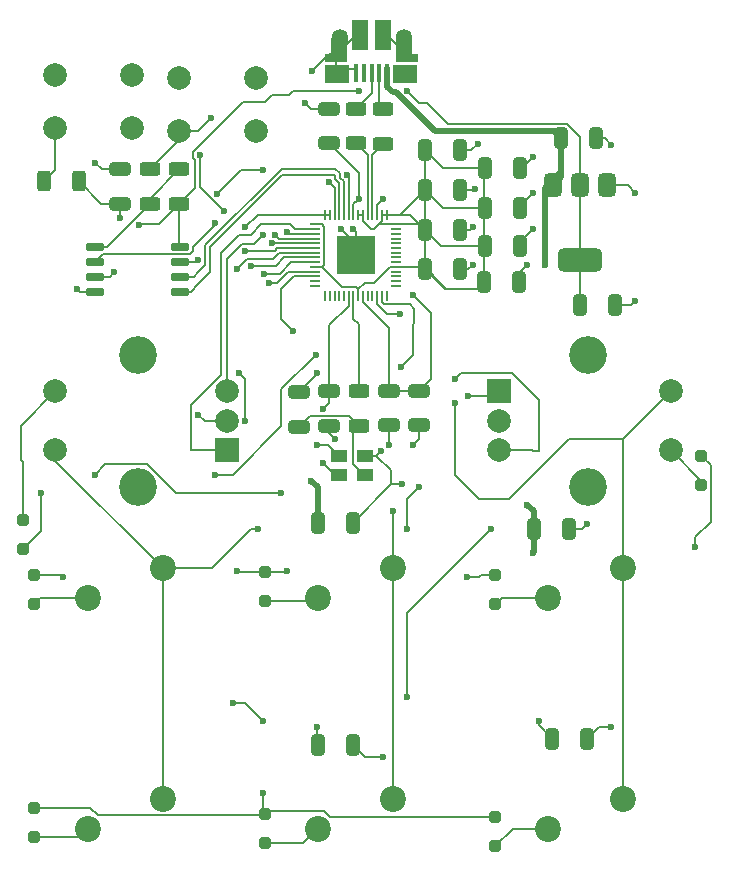
<source format=gbr>
%TF.GenerationSoftware,KiCad,Pcbnew,8.0.5*%
%TF.CreationDate,2025-01-09T16:38:30+01:00*%
%TF.ProjectId,rp2040_pad,72703230-3430-45f7-9061-642e6b696361,rev?*%
%TF.SameCoordinates,Original*%
%TF.FileFunction,Copper,L1,Top*%
%TF.FilePolarity,Positive*%
%FSLAX46Y46*%
G04 Gerber Fmt 4.6, Leading zero omitted, Abs format (unit mm)*
G04 Created by KiCad (PCBNEW 8.0.5) date 2025-01-09 16:38:30*
%MOMM*%
%LPD*%
G01*
G04 APERTURE LIST*
G04 Aperture macros list*
%AMRoundRect*
0 Rectangle with rounded corners*
0 $1 Rounding radius*
0 $2 $3 $4 $5 $6 $7 $8 $9 X,Y pos of 4 corners*
0 Add a 4 corners polygon primitive as box body*
4,1,4,$2,$3,$4,$5,$6,$7,$8,$9,$2,$3,0*
0 Add four circle primitives for the rounded corners*
1,1,$1+$1,$2,$3*
1,1,$1+$1,$4,$5*
1,1,$1+$1,$6,$7*
1,1,$1+$1,$8,$9*
0 Add four rect primitives between the rounded corners*
20,1,$1+$1,$2,$3,$4,$5,0*
20,1,$1+$1,$4,$5,$6,$7,0*
20,1,$1+$1,$6,$7,$8,$9,0*
20,1,$1+$1,$8,$9,$2,$3,0*%
G04 Aperture macros list end*
%TA.AperFunction,SMDPad,CuDef*%
%ADD10RoundRect,0.150000X-0.650000X-0.150000X0.650000X-0.150000X0.650000X0.150000X-0.650000X0.150000X0*%
%TD*%
%TA.AperFunction,SMDPad,CuDef*%
%ADD11RoundRect,0.250000X0.650000X-0.325000X0.650000X0.325000X-0.650000X0.325000X-0.650000X-0.325000X0*%
%TD*%
%TA.AperFunction,ComponentPad*%
%ADD12C,2.200000*%
%TD*%
%TA.AperFunction,SMDPad,CuDef*%
%ADD13RoundRect,0.250000X-0.325000X-0.650000X0.325000X-0.650000X0.325000X0.650000X-0.325000X0.650000X0*%
%TD*%
%TA.AperFunction,SMDPad,CuDef*%
%ADD14RoundRect,0.250000X-0.250000X0.250000X-0.250000X-0.250000X0.250000X-0.250000X0.250000X0.250000X0*%
%TD*%
%TA.AperFunction,SMDPad,CuDef*%
%ADD15RoundRect,0.250000X0.250000X-0.250000X0.250000X0.250000X-0.250000X0.250000X-0.250000X-0.250000X0*%
%TD*%
%TA.AperFunction,ComponentPad*%
%ADD16R,2.000000X2.000000*%
%TD*%
%TA.AperFunction,ComponentPad*%
%ADD17C,2.000000*%
%TD*%
%TA.AperFunction,ComponentPad*%
%ADD18C,3.200000*%
%TD*%
%TA.AperFunction,SMDPad,CuDef*%
%ADD19RoundRect,0.250000X-0.625000X0.312500X-0.625000X-0.312500X0.625000X-0.312500X0.625000X0.312500X0*%
%TD*%
%TA.AperFunction,SMDPad,CuDef*%
%ADD20RoundRect,0.250000X-0.650000X0.325000X-0.650000X-0.325000X0.650000X-0.325000X0.650000X0.325000X0*%
%TD*%
%TA.AperFunction,SMDPad,CuDef*%
%ADD21R,0.400000X1.650000*%
%TD*%
%TA.AperFunction,SMDPad,CuDef*%
%ADD22R,1.825000X0.700000*%
%TD*%
%TA.AperFunction,SMDPad,CuDef*%
%ADD23R,2.000000X1.500000*%
%TD*%
%TA.AperFunction,SMDPad,CuDef*%
%ADD24R,1.350000X2.000000*%
%TD*%
%TA.AperFunction,ComponentPad*%
%ADD25O,1.350000X1.700000*%
%TD*%
%TA.AperFunction,ComponentPad*%
%ADD26O,1.100000X1.500000*%
%TD*%
%TA.AperFunction,SMDPad,CuDef*%
%ADD27R,1.430000X2.500000*%
%TD*%
%TA.AperFunction,SMDPad,CuDef*%
%ADD28R,1.400000X1.100000*%
%TD*%
%TA.AperFunction,SMDPad,CuDef*%
%ADD29RoundRect,0.250000X0.312500X0.625000X-0.312500X0.625000X-0.312500X-0.625000X0.312500X-0.625000X0*%
%TD*%
%TA.AperFunction,SMDPad,CuDef*%
%ADD30RoundRect,0.375000X-0.375000X0.625000X-0.375000X-0.625000X0.375000X-0.625000X0.375000X0.625000X0*%
%TD*%
%TA.AperFunction,SMDPad,CuDef*%
%ADD31RoundRect,0.500000X-1.400000X0.500000X-1.400000X-0.500000X1.400000X-0.500000X1.400000X0.500000X0*%
%TD*%
%TA.AperFunction,SMDPad,CuDef*%
%ADD32RoundRect,0.050000X-0.387500X-0.050000X0.387500X-0.050000X0.387500X0.050000X-0.387500X0.050000X0*%
%TD*%
%TA.AperFunction,SMDPad,CuDef*%
%ADD33RoundRect,0.050000X-0.050000X-0.387500X0.050000X-0.387500X0.050000X0.387500X-0.050000X0.387500X0*%
%TD*%
%TA.AperFunction,HeatsinkPad*%
%ADD34R,3.200000X3.200000*%
%TD*%
%TA.AperFunction,SMDPad,CuDef*%
%ADD35RoundRect,0.250000X0.625000X-0.312500X0.625000X0.312500X-0.625000X0.312500X-0.625000X-0.312500X0*%
%TD*%
%TA.AperFunction,ViaPad*%
%ADD36C,0.600000*%
%TD*%
%TA.AperFunction,Conductor*%
%ADD37C,0.200000*%
%TD*%
%TA.AperFunction,Conductor*%
%ADD38C,0.500000*%
%TD*%
G04 APERTURE END LIST*
D10*
%TO.P,U4,1,~{CS}*%
%TO.N,QSPI_SS*%
X103644000Y-49291000D03*
%TO.P,U4,2,DO(IO1)*%
%TO.N,QSPI_SD1*%
X103644000Y-50561000D03*
%TO.P,U4,3,IO2*%
%TO.N,QSPI_SD2*%
X103644000Y-51831000D03*
%TO.P,U4,4,GND*%
%TO.N,GND*%
X103644000Y-53101000D03*
%TO.P,U4,5,DI(IO0)*%
%TO.N,QSPI_SD0*%
X110844000Y-53101000D03*
%TO.P,U4,6,CLK*%
%TO.N,QSPI_SCLK*%
X110844000Y-51831000D03*
%TO.P,U4,7,IO3*%
%TO.N,QSPI_SD3*%
X110844000Y-50561000D03*
%TO.P,U4,8,VCC*%
%TO.N,+3V3*%
X110844000Y-49291000D03*
%TD*%
D11*
%TO.P,C4,1*%
%TO.N,GND*%
X123444000Y-64467000D03*
%TO.P,C4,2*%
%TO.N,XIN*%
X123444000Y-61517000D03*
%TD*%
D12*
%TO.P,SW8,1,1*%
%TO.N,COL_B*%
X128836000Y-96012000D03*
%TO.P,SW8,2,2*%
%TO.N,Net-(D7-A)*%
X122486000Y-98552000D03*
%TD*%
D13*
%TO.P,C15,1*%
%TO.N,3V3+*%
X136609000Y-49252000D03*
%TO.P,C15,2*%
%TO.N,GND*%
X139559000Y-49252000D03*
%TD*%
D14*
%TO.P,D3,1,K*%
%TO.N,ROW_B*%
X137486000Y-77052000D03*
%TO.P,D3,2,A*%
%TO.N,Net-(D3-A)*%
X137486000Y-79552000D03*
%TD*%
D13*
%TO.P,C10,1*%
%TO.N,3V3+*%
X131529000Y-44488000D03*
%TO.P,C10,2*%
%TO.N,GND*%
X134479000Y-44488000D03*
%TD*%
D15*
%TO.P,D4,1,K*%
%TO.N,ROW_A*%
X97536000Y-74910000D03*
%TO.P,D4,2,A*%
%TO.N,Net-(D4-A)*%
X97536000Y-72410000D03*
%TD*%
D16*
%TO.P,SW2,A,A*%
%TO.N,ENC_SA2*%
X137856000Y-61524000D03*
D17*
%TO.P,SW2,B,B*%
%TO.N,ENC_SB2*%
X137856000Y-66524000D03*
%TO.P,SW2,C,C*%
%TO.N,GND*%
X137856000Y-64024000D03*
D18*
%TO.P,SW2,MP*%
%TO.N,N/C*%
X145356000Y-58424000D03*
X145356000Y-69624000D03*
D17*
%TO.P,SW2,S1,S1*%
%TO.N,Net-(D5-A)*%
X152356000Y-66524000D03*
%TO.P,SW2,S2,S2*%
%TO.N,COL_C*%
X152356000Y-61524000D03*
%TD*%
D13*
%TO.P,C13,1*%
%TO.N,3V3+*%
X136609000Y-42648000D03*
%TO.P,C13,2*%
%TO.N,GND*%
X139559000Y-42648000D03*
%TD*%
D19*
%TO.P,R5,1*%
%TO.N,USB_D-*%
X128016000Y-37653500D03*
%TO.P,R5,2*%
%TO.N,Net-(U1-USB_DM)*%
X128016000Y-40578500D03*
%TD*%
D20*
%TO.P,C3,1*%
%TO.N,GND*%
X120904000Y-61566000D03*
%TO.P,C3,2*%
%TO.N,Net-(C3-Pad2)*%
X120904000Y-64516000D03*
%TD*%
D14*
%TO.P,D2,1,K*%
%TO.N,ROW_B*%
X117986000Y-76802000D03*
%TO.P,D2,2,A*%
%TO.N,Net-(D2-A)*%
X117986000Y-79302000D03*
%TD*%
D13*
%TO.P,C17,1*%
%TO.N,VBUS*%
X140765000Y-73152000D03*
%TO.P,C17,2*%
%TO.N,GND*%
X143715000Y-73152000D03*
%TD*%
D21*
%TO.P,J1,1,VBUS*%
%TO.N,VBUS*%
X128340000Y-34550000D03*
%TO.P,J1,2,D-*%
%TO.N,USB_D-*%
X127690000Y-34550000D03*
%TO.P,J1,3,D+*%
%TO.N,USB_D+*%
X127040000Y-34550000D03*
%TO.P,J1,4,ID*%
%TO.N,unconnected-(J1-ID-Pad4)*%
X126390000Y-34550000D03*
%TO.P,J1,5,GND*%
%TO.N,GND*%
X125740000Y-34550000D03*
D22*
%TO.P,J1,6,Shield*%
X129990000Y-33350000D03*
D23*
X129890000Y-34650000D03*
D24*
X129770000Y-32600000D03*
D25*
X129770000Y-31670000D03*
D26*
X129460000Y-34670000D03*
D27*
X128000000Y-31400000D03*
X126080000Y-31400000D03*
D26*
X124620000Y-34670000D03*
D25*
X124310000Y-31670000D03*
D24*
X124290000Y-32600000D03*
D23*
X124140000Y-34670000D03*
D22*
X124040000Y-33350000D03*
%TD*%
D20*
%TO.P,C7,1*%
%TO.N,Net-(U1-VREG_VOUT)*%
X131064000Y-61468000D03*
%TO.P,C7,2*%
%TO.N,GND*%
X131064000Y-64418000D03*
%TD*%
D28*
%TO.P,U3,1,1*%
%TO.N,XIN*%
X124292000Y-66980000D03*
%TO.P,U3,2,2*%
%TO.N,GND*%
X124292000Y-68580000D03*
%TO.P,U3,3,3*%
%TO.N,Net-(C3-Pad2)*%
X126492000Y-68580000D03*
%TO.P,U3,4,4*%
%TO.N,GND*%
X126492000Y-66980000D03*
%TD*%
D12*
%TO.P,SW4,1,1*%
%TO.N,COL_A*%
X109336000Y-76512000D03*
%TO.P,SW4,2,2*%
%TO.N,Net-(D1-A)*%
X102986000Y-79052000D03*
%TD*%
D13*
%TO.P,C16,1*%
%TO.N,3V3+*%
X136560000Y-52300000D03*
%TO.P,C16,2*%
%TO.N,GND*%
X139510000Y-52300000D03*
%TD*%
D19*
%TO.P,R4,1*%
%TO.N,USB_D+*%
X125718000Y-37604500D03*
%TO.P,R4,2*%
%TO.N,Net-(U1-USB_DP)*%
X125718000Y-40529500D03*
%TD*%
D13*
%TO.P,C11,1*%
%TO.N,3V3+*%
X131529000Y-47838000D03*
%TO.P,C11,2*%
%TO.N,GND*%
X134479000Y-47838000D03*
%TD*%
D12*
%TO.P,SW9,1,1*%
%TO.N,COL_C*%
X148336000Y-96012000D03*
%TO.P,SW9,2,2*%
%TO.N,Net-(D8-A)*%
X141986000Y-98552000D03*
%TD*%
D13*
%TO.P,C9,1*%
%TO.N,3V3+*%
X131529000Y-41138000D03*
%TO.P,C9,2*%
%TO.N,GND*%
X134479000Y-41138000D03*
%TD*%
D17*
%TO.P,USB_BOOT1,1,1*%
%TO.N,GND*%
X110750000Y-35000000D03*
X117250000Y-35000000D03*
%TO.P,USB_BOOT1,2,2*%
%TO.N,Net-(R3-Pad1)*%
X110750000Y-39500000D03*
X117250000Y-39500000D03*
%TD*%
D29*
%TO.P,R6,1*%
%TO.N,+3V3*%
X102212500Y-43750000D03*
%TO.P,R6,2*%
%TO.N,Net-(U1-RUN)*%
X99287500Y-43750000D03*
%TD*%
D13*
%TO.P,C19,1*%
%TO.N,VBUS*%
X142338000Y-90932000D03*
%TO.P,C19,2*%
%TO.N,GND*%
X145288000Y-90932000D03*
%TD*%
D14*
%TO.P,D7,1,K*%
%TO.N,ROW_C*%
X117986000Y-97302000D03*
%TO.P,D7,2,A*%
%TO.N,Net-(D7-A)*%
X117986000Y-99802000D03*
%TD*%
D30*
%TO.P,U2,1,GND*%
%TO.N,GND*%
X146988000Y-44070000D03*
%TO.P,U2,2,VO*%
%TO.N,+3V3*%
X144688000Y-44070000D03*
D31*
X144688000Y-50370000D03*
D30*
%TO.P,U2,3,VI*%
%TO.N,VBUS*%
X142388000Y-44070000D03*
%TD*%
D32*
%TO.P,U1,1,IOVDD*%
%TO.N,3V3+*%
X122254500Y-47400000D03*
%TO.P,U1,2,GPIO0*%
%TO.N,ENC_SA*%
X122254500Y-47800000D03*
%TO.P,U1,3,GPIO1*%
%TO.N,ENC_SB*%
X122254500Y-48200000D03*
%TO.P,U1,4,GPIO2*%
%TO.N,ENC_SA2*%
X122254500Y-48600000D03*
%TO.P,U1,5,GPIO3*%
%TO.N,ENC_SB2*%
X122254500Y-49000000D03*
%TO.P,U1,6,GPIO4*%
%TO.N,ROW_A*%
X122254500Y-49400000D03*
%TO.P,U1,7,GPIO5*%
%TO.N,ROW_B*%
X122254500Y-49800000D03*
%TO.P,U1,8,GPIO6*%
%TO.N,ROW_C*%
X122254500Y-50200000D03*
%TO.P,U1,9,GPIO7*%
%TO.N,COL_A*%
X122254500Y-50600000D03*
%TO.P,U1,10,IOVDD*%
%TO.N,3V3+*%
X122254500Y-51000000D03*
%TO.P,U1,11,GPIO8*%
%TO.N,COL_B*%
X122254500Y-51400000D03*
%TO.P,U1,12,GPIO9*%
%TO.N,COL_C*%
X122254500Y-51800000D03*
%TO.P,U1,13,GPIO10*%
%TO.N,unconnected-(U1-GPIO10-Pad13)*%
X122254500Y-52200000D03*
%TO.P,U1,14,GPIO11*%
%TO.N,unconnected-(U1-GPIO11-Pad14)*%
X122254500Y-52600000D03*
D33*
%TO.P,U1,15,GPIO12*%
%TO.N,unconnected-(U1-GPIO12-Pad15)*%
X123092000Y-53437500D03*
%TO.P,U1,16,GPIO13*%
%TO.N,unconnected-(U1-GPIO13-Pad16)*%
X123492000Y-53437500D03*
%TO.P,U1,17,GPIO14*%
%TO.N,unconnected-(U1-GPIO14-Pad17)*%
X123892000Y-53437500D03*
%TO.P,U1,18,GPIO15*%
%TO.N,unconnected-(U1-GPIO15-Pad18)*%
X124292000Y-53437500D03*
%TO.P,U1,19,TESTEN*%
%TO.N,unconnected-(U1-TESTEN-Pad19)*%
X124692000Y-53437500D03*
%TO.P,U1,20,XIN*%
%TO.N,XIN*%
X125092000Y-53437500D03*
%TO.P,U1,21,XOUT*%
%TO.N,XOUT*%
X125492000Y-53437500D03*
%TO.P,U1,22,IOVDD*%
%TO.N,3V3+*%
X125892000Y-53437500D03*
%TO.P,U1,23,DVDD*%
%TO.N,Net-(U1-VREG_VOUT)*%
X126292000Y-53437500D03*
%TO.P,U1,24,SWCLK*%
%TO.N,unconnected-(U1-SWCLK-Pad24)*%
X126692000Y-53437500D03*
%TO.P,U1,25,SWD*%
%TO.N,unconnected-(U1-SWD-Pad25)*%
X127092000Y-53437500D03*
%TO.P,U1,26,RUN*%
%TO.N,Net-(U1-RUN)*%
X127492000Y-53437500D03*
%TO.P,U1,27,GPIO16*%
%TO.N,LED*%
X127892000Y-53437500D03*
%TO.P,U1,28,GPIO17*%
%TO.N,unconnected-(U1-GPIO17-Pad28)*%
X128292000Y-53437500D03*
D32*
%TO.P,U1,29,GPIO18*%
%TO.N,unconnected-(U1-GPIO18-Pad29)*%
X129129500Y-52600000D03*
%TO.P,U1,30,GPIO19*%
%TO.N,unconnected-(U1-GPIO19-Pad30)*%
X129129500Y-52200000D03*
%TO.P,U1,31,GPIO20*%
%TO.N,unconnected-(U1-GPIO20-Pad31)*%
X129129500Y-51800000D03*
%TO.P,U1,32,GPIO21*%
%TO.N,unconnected-(U1-GPIO21-Pad32)*%
X129129500Y-51400000D03*
%TO.P,U1,33,IOVDD*%
%TO.N,3V3+*%
X129129500Y-51000000D03*
%TO.P,U1,34,GPIO22*%
%TO.N,unconnected-(U1-GPIO22-Pad34)*%
X129129500Y-50600000D03*
%TO.P,U1,35,GPIO23*%
%TO.N,unconnected-(U1-GPIO23-Pad35)*%
X129129500Y-50200000D03*
%TO.P,U1,36,GPIO24*%
%TO.N,unconnected-(U1-GPIO24-Pad36)*%
X129129500Y-49800000D03*
%TO.P,U1,37,GPIO25*%
%TO.N,unconnected-(U1-GPIO25-Pad37)*%
X129129500Y-49400000D03*
%TO.P,U1,38,GPIO26_ADC0*%
%TO.N,unconnected-(U1-GPIO26_ADC0-Pad38)*%
X129129500Y-49000000D03*
%TO.P,U1,39,GPIO27_ADC1*%
%TO.N,unconnected-(U1-GPIO27_ADC1-Pad39)*%
X129129500Y-48600000D03*
%TO.P,U1,40,GPIO28_ADC2*%
%TO.N,unconnected-(U1-GPIO28_ADC2-Pad40)*%
X129129500Y-48200000D03*
%TO.P,U1,41,GPIO29_ADC3*%
%TO.N,unconnected-(U1-GPIO29_ADC3-Pad41)*%
X129129500Y-47800000D03*
%TO.P,U1,42,IOVDD*%
%TO.N,3V3+*%
X129129500Y-47400000D03*
D33*
%TO.P,U1,43,ADC_AVDD*%
X128292000Y-46562500D03*
%TO.P,U1,44,VREG_IN*%
X127892000Y-46562500D03*
%TO.P,U1,45,VREG_VOUT*%
%TO.N,Net-(U1-VREG_VOUT)*%
X127492000Y-46562500D03*
%TO.P,U1,46,USB_DM*%
%TO.N,Net-(U1-USB_DM)*%
X127092000Y-46562500D03*
%TO.P,U1,47,USB_DP*%
%TO.N,Net-(U1-USB_DP)*%
X126692000Y-46562500D03*
%TO.P,U1,48,USB_VDD*%
%TO.N,3V3+*%
X126292000Y-46562500D03*
%TO.P,U1,49,IOVDD*%
X125892000Y-46562500D03*
%TO.P,U1,50,DVDD*%
%TO.N,Net-(U1-VREG_VOUT)*%
X125492000Y-46562500D03*
%TO.P,U1,51,QSPI_SD3*%
%TO.N,QSPI_SD3*%
X125092000Y-46562500D03*
%TO.P,U1,52,QSPI_SCLK*%
%TO.N,QSPI_SCLK*%
X124692000Y-46562500D03*
%TO.P,U1,53,QSPI_SD0*%
%TO.N,QSPI_SD0*%
X124292000Y-46562500D03*
%TO.P,U1,54,QSPI_SD2*%
%TO.N,QSPI_SD2*%
X123892000Y-46562500D03*
%TO.P,U1,55,QSPI_SD1*%
%TO.N,QSPI_SD1*%
X123492000Y-46562500D03*
%TO.P,U1,56,QSPI_SS*%
X123092000Y-46562500D03*
D34*
%TO.P,U1,57,GND*%
%TO.N,GND*%
X125692000Y-50000000D03*
%TD*%
D14*
%TO.P,D1,1,K*%
%TO.N,ROW_B*%
X98486000Y-77052000D03*
%TO.P,D1,2,A*%
%TO.N,Net-(D1-A)*%
X98486000Y-79552000D03*
%TD*%
%TO.P,D6,1,K*%
%TO.N,ROW_C*%
X98486000Y-96802000D03*
%TO.P,D6,2,A*%
%TO.N,Net-(D6-A)*%
X98486000Y-99302000D03*
%TD*%
%TO.P,D8,1,K*%
%TO.N,ROW_C*%
X137486000Y-97552000D03*
%TO.P,D8,2,A*%
%TO.N,Net-(D8-A)*%
X137486000Y-100052000D03*
%TD*%
D35*
%TO.P,R2,1*%
%TO.N,+3V3*%
X110744000Y-45658500D03*
%TO.P,R2,2*%
%TO.N,QSPI_SS*%
X110744000Y-42733500D03*
%TD*%
D12*
%TO.P,SW6,1,1*%
%TO.N,COL_C*%
X148336000Y-76472000D03*
%TO.P,SW6,2,2*%
%TO.N,Net-(D3-A)*%
X141986000Y-79012000D03*
%TD*%
%TO.P,SW7,1,1*%
%TO.N,COL_A*%
X109336000Y-96012000D03*
%TO.P,SW7,2,2*%
%TO.N,Net-(D6-A)*%
X102986000Y-98552000D03*
%TD*%
D13*
%TO.P,C1,1*%
%TO.N,VBUS*%
X143038000Y-40070000D03*
%TO.P,C1,2*%
%TO.N,GND*%
X145988000Y-40070000D03*
%TD*%
%TO.P,C22,1*%
%TO.N,VBUS*%
X122477000Y-72644000D03*
%TO.P,C22,2*%
%TO.N,GND*%
X125427000Y-72644000D03*
%TD*%
%TO.P,C18,1*%
%TO.N,VBUS*%
X122526000Y-91440000D03*
%TO.P,C18,2*%
%TO.N,GND*%
X125476000Y-91440000D03*
%TD*%
D11*
%TO.P,C6,1*%
%TO.N,Net-(U1-VREG_VOUT)*%
X123444000Y-40542000D03*
%TO.P,C6,2*%
%TO.N,GND*%
X123444000Y-37592000D03*
%TD*%
D12*
%TO.P,SW5,1,1*%
%TO.N,COL_B*%
X128836000Y-76512000D03*
%TO.P,SW5,2,2*%
%TO.N,Net-(D2-A)*%
X122486000Y-79052000D03*
%TD*%
D13*
%TO.P,C2,1*%
%TO.N,+3V3*%
X144713000Y-54220000D03*
%TO.P,C2,2*%
%TO.N,GND*%
X147663000Y-54220000D03*
%TD*%
D17*
%TO.P,RES1,1,1*%
%TO.N,GND*%
X100250000Y-34750000D03*
X106750000Y-34750000D03*
%TO.P,RES1,2,2*%
%TO.N,Net-(U1-RUN)*%
X100250000Y-39250000D03*
X106750000Y-39250000D03*
%TD*%
D13*
%TO.P,C14,1*%
%TO.N,3V3+*%
X136609000Y-45998000D03*
%TO.P,C14,2*%
%TO.N,GND*%
X139559000Y-45998000D03*
%TD*%
D19*
%TO.P,R3,1*%
%TO.N,Net-(R3-Pad1)*%
X108244000Y-42733500D03*
%TO.P,R3,2*%
%TO.N,QSPI_SS*%
X108244000Y-45658500D03*
%TD*%
D16*
%TO.P,SW3,A,A*%
%TO.N,ENC_SA*%
X114764000Y-66524000D03*
D17*
%TO.P,SW3,B,B*%
%TO.N,ENC_SB*%
X114764000Y-61524000D03*
%TO.P,SW3,C,C*%
%TO.N,GND*%
X114764000Y-64024000D03*
D18*
%TO.P,SW3,MP*%
%TO.N,N/C*%
X107264000Y-69624000D03*
X107264000Y-58424000D03*
D17*
%TO.P,SW3,S1,S1*%
%TO.N,Net-(D4-A)*%
X100264000Y-61524000D03*
%TO.P,SW3,S2,S2*%
%TO.N,COL_A*%
X100264000Y-66524000D03*
%TD*%
D13*
%TO.P,C12,1*%
%TO.N,3V3+*%
X131529000Y-51188000D03*
%TO.P,C12,2*%
%TO.N,GND*%
X134479000Y-51188000D03*
%TD*%
D35*
%TO.P,R1,1*%
%TO.N,Net-(C3-Pad2)*%
X125984000Y-64454500D03*
%TO.P,R1,2*%
%TO.N,XOUT*%
X125984000Y-61529500D03*
%TD*%
D14*
%TO.P,D5,1,K*%
%TO.N,ROW_A*%
X154940000Y-67000000D03*
%TO.P,D5,2,A*%
%TO.N,Net-(D5-A)*%
X154940000Y-69500000D03*
%TD*%
D11*
%TO.P,C5,1*%
%TO.N,+3V3*%
X105744000Y-45671000D03*
%TO.P,C5,2*%
%TO.N,GND*%
X105744000Y-42721000D03*
%TD*%
D20*
%TO.P,C8,1*%
%TO.N,Net-(U1-VREG_VOUT)*%
X128524000Y-61468000D03*
%TO.P,C8,2*%
%TO.N,GND*%
X128524000Y-64418000D03*
%TD*%
D36*
%TO.N,Net-(U1-RUN)*%
X129400000Y-55000000D03*
%TO.N,GND*%
X135600000Y-47600000D03*
X122000000Y-34400000D03*
X129600000Y-69400000D03*
X135600000Y-50800000D03*
X136000000Y-40600000D03*
X135800000Y-44400000D03*
X130556000Y-66040000D03*
X140716000Y-41656000D03*
X124460000Y-47752000D03*
X121412000Y-37084000D03*
X149352000Y-53848000D03*
X140716000Y-44704000D03*
X122936000Y-67564000D03*
X102108000Y-52832000D03*
X127800000Y-66600000D03*
X128016000Y-92456000D03*
X123952000Y-65532000D03*
X140716000Y-47752000D03*
X140208000Y-50800000D03*
X147320000Y-89916000D03*
X149352000Y-44704000D03*
X112360000Y-63500000D03*
X128524000Y-66040000D03*
X145250000Y-72750000D03*
X125476000Y-47752000D03*
X147320000Y-40640000D03*
X122428000Y-59944000D03*
X103632000Y-42164000D03*
%TO.N,VBUS*%
X121920000Y-69088000D03*
X140716000Y-75184000D03*
X141224000Y-89408000D03*
X122428000Y-89916000D03*
X140208000Y-71120000D03*
X141732000Y-50800000D03*
%TO.N,+3V3*%
X130048000Y-36068000D03*
X125984000Y-36068000D03*
X105744000Y-46881000D03*
X107315015Y-47436015D03*
%TO.N,XIN*%
X122936000Y-62992000D03*
X122428000Y-66040000D03*
%TO.N,Net-(U1-VREG_VOUT)*%
X130556000Y-53340000D03*
X125984000Y-45212000D03*
X128016000Y-45212000D03*
%TO.N,ROW_B*%
X115656717Y-51140717D03*
X115824000Y-59944000D03*
X115642000Y-76724000D03*
X100910000Y-77232000D03*
X135128000Y-77216000D03*
X116332000Y-64008000D03*
X119888000Y-76708000D03*
%TO.N,ROW_A*%
X99060000Y-70104000D03*
X154432000Y-74676000D03*
X119380000Y-70104000D03*
X103632000Y-68580000D03*
X116332000Y-49616904D03*
%TO.N,ROW_C*%
X117856000Y-95504000D03*
X116840000Y-50910950D03*
%TO.N,LED*%
X122290256Y-58420000D03*
X113792000Y-68580000D03*
X129540000Y-59436000D03*
%TO.N,Net-(D10-DIN)*%
X130048000Y-73152000D03*
X131064000Y-69596000D03*
%TO.N,Net-(D10-DOUT)*%
X130048000Y-87376000D03*
X137160000Y-73152000D03*
X117856000Y-89408000D03*
X115316000Y-87884000D03*
%TO.N,Net-(R3-Pad1)*%
X113400000Y-38400000D03*
%TO.N,Net-(U1-RUN)*%
X114500000Y-46250000D03*
X112500000Y-41500000D03*
%TO.N,ENC_SB2*%
X134112000Y-60452000D03*
X118592433Y-49009564D03*
%TO.N,ENC_SA2*%
X118872000Y-48260000D03*
X135221090Y-61917937D03*
%TO.N,COL_C*%
X120396000Y-56388000D03*
X134112000Y-62484000D03*
%TO.N,ENC_SB*%
X117856000Y-48260000D03*
X119888000Y-48000000D03*
%TO.N,COL_A*%
X117905408Y-51560822D03*
X117440000Y-73152000D03*
%TO.N,COL_B*%
X118364000Y-52359153D03*
X128850000Y-71705500D03*
%TO.N,QSPI_SD3*%
X124968000Y-43180000D03*
X112348000Y-50437000D03*
%TO.N,QSPI_SD1*%
X116274313Y-47660000D03*
X113792000Y-47244000D03*
%TO.N,QSPI_SD2*%
X117856000Y-42764000D03*
X113904500Y-44816500D03*
X105236000Y-51453000D03*
X123395548Y-43835081D03*
%TD*%
D37*
%TO.N,Net-(U1-RUN)*%
X128354954Y-55000000D02*
X129400000Y-55000000D01*
X127492000Y-54137046D02*
X128354954Y-55000000D01*
X127492000Y-53437500D02*
X127492000Y-54137046D01*
%TO.N,GND*%
X135600000Y-47600000D02*
X135362000Y-47838000D01*
X135362000Y-47838000D02*
X134479000Y-47838000D01*
X128671000Y-68231000D02*
X128671000Y-69400000D01*
X127420000Y-66980000D02*
X128671000Y-68231000D01*
X127420000Y-66980000D02*
X127800000Y-66600000D01*
X128671000Y-69400000D02*
X129600000Y-69400000D01*
D38*
%TO.N,VBUS*%
X142463000Y-39495000D02*
X143038000Y-40070000D01*
X128800000Y-36200000D02*
X129088756Y-36200000D01*
X128340000Y-35740000D02*
X128800000Y-36200000D01*
X129088756Y-36200000D02*
X132383756Y-39495000D01*
X132383756Y-39495000D02*
X142463000Y-39495000D01*
X128340000Y-34150000D02*
X128340000Y-35740000D01*
D37*
%TO.N,GND*%
X123450000Y-32950000D02*
X122000000Y-34400000D01*
X124040000Y-32950000D02*
X123450000Y-32950000D01*
X127420000Y-66980000D02*
X126492000Y-66980000D01*
X125427000Y-72644000D02*
X128671000Y-69400000D01*
X135212000Y-51188000D02*
X135600000Y-50800000D01*
X134479000Y-51188000D02*
X135212000Y-51188000D01*
X135462000Y-41138000D02*
X136000000Y-40600000D01*
X134479000Y-41138000D02*
X135462000Y-41138000D01*
X135712000Y-44488000D02*
X135800000Y-44400000D01*
X134479000Y-44488000D02*
X135712000Y-44488000D01*
X124292000Y-68580000D02*
X123952000Y-68580000D01*
X144848000Y-73152000D02*
X145250000Y-72750000D01*
X148718000Y-44070000D02*
X149352000Y-44704000D01*
X139510000Y-51498000D02*
X140208000Y-50800000D01*
X146988000Y-44070000D02*
X148718000Y-44070000D01*
X125620000Y-34270000D02*
X125740000Y-34150000D01*
X125692000Y-48984000D02*
X124460000Y-47752000D01*
X126080000Y-31000000D02*
X124130000Y-32950000D01*
X104189000Y-42721000D02*
X103632000Y-42164000D01*
X125692000Y-50000000D02*
X125692000Y-48984000D01*
X122428000Y-60042000D02*
X122428000Y-59944000D01*
X145288000Y-90932000D02*
X146304000Y-89916000D01*
X124130000Y-32950000D02*
X124040000Y-32950000D01*
X120904000Y-61566000D02*
X122428000Y-60042000D01*
X139559000Y-49252000D02*
X139559000Y-48909000D01*
X124040000Y-32950000D02*
X124040000Y-34170000D01*
X131064000Y-64418000D02*
X131064000Y-65532000D01*
X123444000Y-65024000D02*
X123952000Y-65532000D01*
X121920000Y-37592000D02*
X121412000Y-37084000D01*
X145988000Y-40070000D02*
X146750000Y-40070000D01*
X125476000Y-91440000D02*
X126492000Y-92456000D01*
X112884000Y-64024000D02*
X112360000Y-63500000D01*
X143715000Y-73152000D02*
X144848000Y-73152000D01*
X114764000Y-64024000D02*
X112884000Y-64024000D01*
X148980000Y-54220000D02*
X149352000Y-53848000D01*
X128524000Y-64418000D02*
X128524000Y-66040000D01*
X139510000Y-52300000D02*
X139510000Y-51498000D01*
X126492000Y-92456000D02*
X128016000Y-92456000D01*
X102377000Y-53101000D02*
X102108000Y-52832000D01*
X139559000Y-45861000D02*
X140716000Y-44704000D01*
X123952000Y-68580000D02*
X122936000Y-67564000D01*
X129990000Y-32950000D02*
X129950000Y-32950000D01*
X139559000Y-45998000D02*
X139559000Y-45861000D01*
X139559000Y-42648000D02*
X139724000Y-42648000D01*
X139724000Y-42648000D02*
X140716000Y-41656000D01*
X105744000Y-42721000D02*
X104189000Y-42721000D01*
X124040000Y-34170000D02*
X124140000Y-34270000D01*
X103644000Y-53101000D02*
X102377000Y-53101000D01*
X125692000Y-47968000D02*
X125476000Y-47752000D01*
X139559000Y-48909000D02*
X140716000Y-47752000D01*
X124140000Y-34270000D02*
X125620000Y-34270000D01*
X125692000Y-50000000D02*
X125692000Y-47968000D01*
X147663000Y-54220000D02*
X148980000Y-54220000D01*
X146304000Y-89916000D02*
X147320000Y-89916000D01*
X129950000Y-32950000D02*
X128000000Y-31000000D01*
X126924000Y-66980000D02*
X127000000Y-67056000D01*
X123444000Y-64467000D02*
X123444000Y-65024000D01*
X131064000Y-65532000D02*
X130556000Y-66040000D01*
X146750000Y-40070000D02*
X147320000Y-40640000D01*
X123444000Y-37592000D02*
X121920000Y-37592000D01*
%TO.N,VBUS*%
X141224000Y-89818000D02*
X142338000Y-90932000D01*
D38*
X143038000Y-42750000D02*
X143038000Y-43420000D01*
X122477000Y-69645000D02*
X122477000Y-72644000D01*
X140208000Y-71120000D02*
X140765000Y-71677000D01*
X141732000Y-44306000D02*
X141732000Y-50800000D01*
X140765000Y-71677000D02*
X140765000Y-73152000D01*
X140765000Y-75135000D02*
X140716000Y-75184000D01*
X121920000Y-69088000D02*
X122477000Y-69645000D01*
X143038000Y-43420000D02*
X142388000Y-44070000D01*
X143038000Y-40070000D02*
X143038000Y-42750000D01*
X143038000Y-43000000D02*
X141732000Y-44306000D01*
D37*
X122428000Y-91342000D02*
X122526000Y-91440000D01*
D38*
X140765000Y-73152000D02*
X140765000Y-75135000D01*
D37*
X141224000Y-89408000D02*
X141224000Y-89818000D01*
X122428000Y-89916000D02*
X122428000Y-91342000D01*
D38*
X143038000Y-42750000D02*
X143038000Y-43000000D01*
D37*
%TO.N,+3V3*%
X144688000Y-50370000D02*
X144688000Y-54195000D01*
X110744000Y-45658500D02*
X110744000Y-49191000D01*
X118000000Y-37000000D02*
X118600000Y-36400000D01*
X130048000Y-36068000D02*
X131064000Y-37084000D01*
X131695000Y-37084000D02*
X133481000Y-38870000D01*
X104133500Y-45671000D02*
X105744000Y-45671000D01*
X110744000Y-45658500D02*
X109013500Y-47389000D01*
X131064000Y-37084000D02*
X131695000Y-37084000D01*
X105744000Y-46881000D02*
X105744000Y-45671000D01*
X144688000Y-54195000D02*
X144713000Y-54220000D01*
X125984000Y-36068000D02*
X120400000Y-36068000D01*
X144688000Y-44070000D02*
X144688000Y-50370000D01*
X110744000Y-49191000D02*
X110844000Y-49291000D01*
X111900000Y-41748529D02*
X111900000Y-41251471D01*
X102212500Y-43750000D02*
X104133500Y-45671000D01*
X107362030Y-47389000D02*
X107315015Y-47436015D01*
X112100000Y-41948529D02*
X111900000Y-41748529D01*
X133481000Y-38870000D02*
X143597744Y-38870000D01*
X110744000Y-45658500D02*
X112100000Y-44302500D01*
X116151471Y-37000000D02*
X118000000Y-37000000D01*
X109013500Y-47389000D02*
X107776000Y-47389000D01*
X111900000Y-41251471D02*
X116151471Y-37000000D01*
X112100000Y-44302500D02*
X112100000Y-41948529D01*
X107776000Y-47389000D02*
X107362030Y-47389000D01*
X118600000Y-36400000D02*
X120068000Y-36400000D01*
X143597744Y-38870000D02*
X144688000Y-39960256D01*
X144688000Y-39960256D02*
X144688000Y-44070000D01*
X120068000Y-36400000D02*
X120400000Y-36068000D01*
%TO.N,Net-(C3-Pad2)*%
X120904000Y-64516000D02*
X121828000Y-63592000D01*
X125121500Y-63592000D02*
X125984000Y-64454500D01*
X121828000Y-63592000D02*
X125121500Y-63592000D01*
X125476000Y-67714000D02*
X125476000Y-64962500D01*
X126342000Y-68580000D02*
X125476000Y-67714000D01*
X126492000Y-68580000D02*
X126342000Y-68580000D01*
X125476000Y-64962500D02*
X125984000Y-64454500D01*
%TO.N,XIN*%
X123444000Y-55929000D02*
X123444000Y-61517000D01*
X122428000Y-66040000D02*
X123352000Y-66040000D01*
X125092000Y-54281000D02*
X123444000Y-55929000D01*
X123444000Y-61517000D02*
X123444000Y-62484000D01*
X125092000Y-53437500D02*
X125092000Y-54281000D01*
X123352000Y-66040000D02*
X124292000Y-66980000D01*
X123444000Y-62484000D02*
X122936000Y-62992000D01*
%TO.N,Net-(U1-VREG_VOUT)*%
X128524000Y-61468000D02*
X128524000Y-56203360D01*
X125492000Y-46562500D02*
X125492000Y-45704000D01*
X126292000Y-53971360D02*
X126292000Y-53437500D01*
X132080000Y-60452000D02*
X132080000Y-54864000D01*
X125984000Y-43082000D02*
X125984000Y-45212000D01*
X125492000Y-45704000D02*
X125984000Y-45212000D01*
X132080000Y-54864000D02*
X130556000Y-53340000D01*
X123444000Y-40542000D02*
X125984000Y-43082000D01*
X127492000Y-45736000D02*
X128016000Y-45212000D01*
X125984000Y-45212000D02*
X125730000Y-45466000D01*
X131064000Y-61468000D02*
X132080000Y-60452000D01*
X127492000Y-46562500D02*
X127492000Y-45736000D01*
X131064000Y-61468000D02*
X128524000Y-61468000D01*
X128524000Y-56203360D02*
X126292000Y-53971360D01*
%TO.N,3V3+*%
X136560000Y-52300000D02*
X136560000Y-42697000D01*
X133039000Y-45998000D02*
X136609000Y-45998000D01*
X136560000Y-42697000D02*
X136609000Y-42648000D01*
X133039000Y-42648000D02*
X136609000Y-42648000D01*
X127236360Y-47752000D02*
X126947640Y-47752000D01*
X133342000Y-52832000D02*
X131510000Y-51000000D01*
X131529000Y-51188000D02*
X133216000Y-52875000D01*
X124488360Y-52700000D02*
X125688360Y-52700000D01*
X131529000Y-41138000D02*
X131529000Y-51188000D01*
X133216000Y-52875000D02*
X135985000Y-52875000D01*
X127892000Y-46562500D02*
X127892000Y-47096360D01*
X131510000Y-51000000D02*
X129129500Y-51000000D01*
X125892000Y-52903640D02*
X126471640Y-52324000D01*
X131091000Y-47400000D02*
X129129500Y-47400000D01*
X122788360Y-47400000D02*
X122992000Y-47603640D01*
X131529000Y-47838000D02*
X131091000Y-47400000D01*
X126947640Y-47752000D02*
X126292000Y-47096360D01*
X122788360Y-51000000D02*
X124488360Y-52700000D01*
X122788360Y-51000000D02*
X122254500Y-51000000D01*
X122992000Y-50796360D02*
X122788360Y-51000000D01*
X125892000Y-53437500D02*
X125892000Y-52903640D01*
X127664000Y-47400000D02*
X127626180Y-47362180D01*
X126471640Y-52324000D02*
X127271640Y-52324000D01*
X128595640Y-51000000D02*
X129129500Y-51000000D01*
X122992000Y-47603640D02*
X122992000Y-50796360D01*
X131529000Y-41138000D02*
X133039000Y-42648000D01*
X131529000Y-44488000D02*
X129454500Y-46562500D01*
X132943000Y-49252000D02*
X136609000Y-49252000D01*
X127626180Y-47362180D02*
X127236360Y-47752000D01*
X131529000Y-47838000D02*
X132943000Y-49252000D01*
X126292000Y-46562500D02*
X125892000Y-46562500D01*
X125688360Y-52700000D02*
X125892000Y-52903640D01*
X126292000Y-47096360D02*
X126292000Y-46562500D01*
X127892000Y-47096360D02*
X127626180Y-47362180D01*
X131529000Y-47838000D02*
X130253500Y-46562500D01*
X136560000Y-52300000D02*
X136028000Y-52832000D01*
X135985000Y-52875000D02*
X136560000Y-52300000D01*
X129129500Y-47400000D02*
X127664000Y-47400000D01*
X122254500Y-47400000D02*
X122788360Y-47400000D01*
X130253500Y-46562500D02*
X127892000Y-46562500D01*
X136028000Y-52832000D02*
X133342000Y-52832000D01*
X127271640Y-52324000D02*
X128595640Y-51000000D01*
X131529000Y-44488000D02*
X133039000Y-45998000D01*
X129454500Y-46562500D02*
X127892000Y-46562500D01*
%TO.N,ROW_B*%
X116486484Y-50310950D02*
X118705262Y-50310950D01*
X116332000Y-60452000D02*
X115824000Y-59944000D01*
X118705262Y-50310950D02*
X119216212Y-49800000D01*
X98486000Y-77052000D02*
X100730000Y-77052000D01*
X119216212Y-49800000D02*
X122254500Y-49800000D01*
X136144000Y-77216000D02*
X136308000Y-77052000D01*
X100730000Y-77052000D02*
X100910000Y-77232000D01*
X119794000Y-76802000D02*
X119888000Y-76708000D01*
X117986000Y-76802000D02*
X119794000Y-76802000D01*
X135128000Y-77216000D02*
X136144000Y-77216000D01*
X115642000Y-76724000D02*
X115720000Y-76802000D01*
X115656717Y-51140717D02*
X116486484Y-50310950D01*
X116332000Y-64008000D02*
X116332000Y-60452000D01*
X136308000Y-77052000D02*
X137486000Y-77052000D01*
X115720000Y-76802000D02*
X117986000Y-76802000D01*
%TO.N,Net-(D1-A)*%
X98986000Y-79052000D02*
X98486000Y-79552000D01*
X102986000Y-79052000D02*
X98986000Y-79052000D01*
%TO.N,Net-(D2-A)*%
X122236000Y-79302000D02*
X122486000Y-79052000D01*
X117986000Y-79302000D02*
X122236000Y-79302000D01*
%TO.N,Net-(D3-A)*%
X141986000Y-79012000D02*
X138026000Y-79012000D01*
X138026000Y-79012000D02*
X137486000Y-79552000D01*
%TO.N,Net-(D4-A)*%
X97536000Y-67528000D02*
X97536000Y-72410000D01*
X97354000Y-67346000D02*
X97354000Y-64434000D01*
X97354000Y-67346000D02*
X97536000Y-67528000D01*
X97354000Y-64434000D02*
X100264000Y-61524000D01*
%TO.N,ROW_A*%
X110431006Y-70104000D02*
X108051006Y-67724000D01*
X154940000Y-67000000D02*
X155740000Y-67800000D01*
X108051006Y-67724000D02*
X104488000Y-67724000D01*
X104488000Y-67724000D02*
X103632000Y-68580000D01*
X119380000Y-70104000D02*
X110431006Y-70104000D01*
X155740000Y-72586000D02*
X154432000Y-73894000D01*
X97536000Y-74910000D02*
X99060000Y-73386000D01*
X155740000Y-67800000D02*
X155740000Y-72586000D01*
X118833622Y-49616904D02*
X119050526Y-49400000D01*
X116332000Y-49616904D02*
X118833622Y-49616904D01*
X154432000Y-73894000D02*
X154432000Y-74676000D01*
X99060000Y-73386000D02*
X99060000Y-70104000D01*
X119050526Y-49400000D02*
X122254500Y-49400000D01*
%TO.N,Net-(D5-A)*%
X154940000Y-69108000D02*
X154940000Y-69500000D01*
X152356000Y-66524000D02*
X154940000Y-69108000D01*
%TO.N,Net-(D6-A)*%
X98486000Y-99302000D02*
X102236000Y-99302000D01*
X102236000Y-99302000D02*
X102986000Y-98552000D01*
%TO.N,ROW_C*%
X123465899Y-97552000D02*
X122957899Y-97044000D01*
X137486000Y-97552000D02*
X123465899Y-97552000D01*
X103215899Y-96802000D02*
X98486000Y-96802000D01*
X117856000Y-95504000D02*
X117856000Y-97172000D01*
X117856000Y-97172000D02*
X117986000Y-97302000D01*
X117986000Y-97302000D02*
X117876000Y-97412000D01*
X116858950Y-50892000D02*
X118920249Y-50892000D01*
X118244000Y-97044000D02*
X117986000Y-97302000D01*
X118920249Y-50892000D02*
X119612249Y-50200000D01*
X103825899Y-97412000D02*
X103215899Y-96802000D01*
X117876000Y-97412000D02*
X103825899Y-97412000D01*
X119612249Y-50200000D02*
X122254500Y-50200000D01*
X122957899Y-97044000D02*
X118244000Y-97044000D01*
X116840000Y-50910950D02*
X116858950Y-50892000D01*
%TO.N,Net-(D7-A)*%
X121236000Y-99802000D02*
X122486000Y-98552000D01*
X117986000Y-99802000D02*
X121236000Y-99802000D01*
%TO.N,Net-(D8-A)*%
X138986000Y-98552000D02*
X141986000Y-98552000D01*
X137486000Y-100052000D02*
X138986000Y-98552000D01*
%TO.N,LED*%
X130296529Y-54172000D02*
X128626500Y-54172000D01*
X119380000Y-61330256D02*
X122290256Y-58420000D01*
X119380000Y-64508000D02*
X119380000Y-61330256D01*
X113792000Y-68580000D02*
X115308000Y-68580000D01*
X130556000Y-55880000D02*
X130648000Y-55788000D01*
X129540000Y-59436000D02*
X130556000Y-58420000D01*
X130556000Y-58420000D02*
X130556000Y-55880000D01*
X130648000Y-54523471D02*
X130296529Y-54172000D01*
X130648000Y-55788000D02*
X130648000Y-54523471D01*
X128626500Y-54172000D02*
X128623500Y-54175000D01*
X128095640Y-54175000D02*
X127892000Y-53971360D01*
X122428000Y-58420000D02*
X122290256Y-58420000D01*
X127892000Y-53971360D02*
X127892000Y-53437500D01*
X128623500Y-54175000D02*
X128095640Y-54175000D01*
X115308000Y-68580000D02*
X119380000Y-64508000D01*
%TO.N,Net-(D10-DIN)*%
X130048000Y-70612000D02*
X131064000Y-69596000D01*
X130048000Y-73152000D02*
X130048000Y-70612000D01*
%TO.N,Net-(D10-DOUT)*%
X117856000Y-89408000D02*
X116332000Y-87884000D01*
X130048000Y-80264000D02*
X130048000Y-87376000D01*
X116332000Y-87884000D02*
X115316000Y-87884000D01*
X137160000Y-73152000D02*
X130048000Y-80264000D01*
%TO.N,USB_D-*%
X127690000Y-34150000D02*
X127690000Y-37327500D01*
X127690000Y-37327500D02*
X128016000Y-37653500D01*
%TO.N,USB_D+*%
X125718000Y-37604500D02*
X127040000Y-36282500D01*
X127040000Y-36282500D02*
X127040000Y-34150000D01*
%TO.N,XOUT*%
X125492000Y-61037500D02*
X125984000Y-61529500D01*
X125984000Y-55864000D02*
X125492000Y-55372000D01*
X125492000Y-53437500D02*
X125492000Y-55372000D01*
X125984000Y-61529500D02*
X125984000Y-55864000D01*
%TO.N,QSPI_SS*%
X110744000Y-42733500D02*
X108244000Y-45233500D01*
X104611500Y-49291000D02*
X108244000Y-45658500D01*
X108244000Y-45233500D02*
X108244000Y-45658500D01*
X103644000Y-49291000D02*
X104611500Y-49291000D01*
%TO.N,Net-(R3-Pad1)*%
X108244000Y-42733500D02*
X110494000Y-40483500D01*
X112300000Y-39500000D02*
X113400000Y-38400000D01*
X110750000Y-39500000D02*
X112300000Y-39500000D01*
X110494000Y-40483500D02*
X110494000Y-39446000D01*
%TO.N,Net-(U1-USB_DP)*%
X126692000Y-41503500D02*
X126692000Y-46562500D01*
X125718000Y-40529500D02*
X126692000Y-41503500D01*
%TO.N,Net-(U1-USB_DM)*%
X127092000Y-46562500D02*
X127092000Y-41502500D01*
X127092000Y-41502500D02*
X127925657Y-40668843D01*
%TO.N,Net-(U1-RUN)*%
X114489471Y-46250000D02*
X112500000Y-44260529D01*
X112500000Y-44260529D02*
X112500000Y-41500000D01*
X100250000Y-39250000D02*
X100250000Y-42787500D01*
X114500000Y-46250000D02*
X114489471Y-46250000D01*
X100250000Y-42787500D02*
X99287500Y-43750000D01*
%TO.N,ENC_SB2*%
X140716000Y-66548000D02*
X140692000Y-66524000D01*
X141224000Y-66548000D02*
X140716000Y-66548000D01*
X118592433Y-49003567D02*
X118596000Y-49000000D01*
X138876000Y-59944000D02*
X141224000Y-62292000D01*
X134620000Y-59944000D02*
X138876000Y-59944000D01*
X118596000Y-49000000D02*
X122254500Y-49000000D01*
X140692000Y-66524000D02*
X137856000Y-66524000D01*
X118592433Y-49009564D02*
X118592433Y-49003567D01*
X141224000Y-62292000D02*
X141224000Y-66548000D01*
X134112000Y-60452000D02*
X134620000Y-59944000D01*
%TO.N,ENC_SA2*%
X119212000Y-48600000D02*
X122254500Y-48600000D01*
X137462063Y-61917937D02*
X137856000Y-61524000D01*
X135221090Y-61917937D02*
X137462063Y-61917937D01*
X118872000Y-48260000D02*
X119212000Y-48600000D01*
%TO.N,COL_C*%
X148336000Y-76472000D02*
X148336000Y-96012000D01*
X119387283Y-52841865D02*
X120429148Y-51800000D01*
X136144000Y-70612000D02*
X138684000Y-70612000D01*
X134112000Y-62484000D02*
X134112000Y-68580000D01*
X138684000Y-70612000D02*
X143752000Y-65544000D01*
X148336000Y-76472000D02*
X148336000Y-65544000D01*
X120429148Y-51800000D02*
X122254500Y-51800000D01*
X134112000Y-68580000D02*
X136144000Y-70612000D01*
X148336000Y-65544000D02*
X152356000Y-61524000D01*
X119387283Y-52841865D02*
X119387283Y-55379283D01*
X119387283Y-55379283D02*
X120396000Y-56388000D01*
X143752000Y-65544000D02*
X148336000Y-65544000D01*
%TO.N,ENC_SA*%
X111760000Y-66524000D02*
X111760000Y-62689522D01*
X111760000Y-62689522D02*
X114300000Y-60149522D01*
X114300000Y-60149522D02*
X114300000Y-49784000D01*
X114300000Y-49784000D02*
X115824000Y-48260000D01*
X116840000Y-48260000D02*
X117700000Y-47400000D01*
X120536529Y-47800000D02*
X122254500Y-47800000D01*
X114764000Y-66524000D02*
X111760000Y-66524000D01*
X117700000Y-47400000D02*
X120136529Y-47400000D01*
X115824000Y-48260000D02*
X116840000Y-48260000D01*
X120136529Y-47400000D02*
X120536529Y-47800000D01*
%TO.N,ENC_SB*%
X117099096Y-49016904D02*
X117856000Y-48260000D01*
X114764000Y-61524000D02*
X114764000Y-50336375D01*
X122254500Y-48200000D02*
X120088000Y-48200000D01*
X116083471Y-49016904D02*
X117099096Y-49016904D01*
X120088000Y-48200000D02*
X119888000Y-48000000D01*
X114764000Y-50336375D02*
X116083471Y-49016904D01*
%TO.N,COL_A*%
X119263572Y-51560822D02*
X120224394Y-50600000D01*
X120224394Y-50600000D02*
X122254500Y-50600000D01*
X100264000Y-67440000D02*
X100264000Y-66524000D01*
X117440000Y-73152000D02*
X116840000Y-73152000D01*
X109336000Y-76512000D02*
X109336000Y-96012000D01*
X116840000Y-73152000D02*
X113480000Y-76512000D01*
X117905408Y-51560822D02*
X119263572Y-51560822D01*
X113480000Y-76512000D02*
X109336000Y-76512000D01*
X109336000Y-76512000D02*
X100264000Y-67440000D01*
%TO.N,COL_B*%
X119030927Y-52359153D02*
X119990080Y-51400000D01*
X128836000Y-96012000D02*
X128836000Y-76512000D01*
X128850000Y-71705500D02*
X128836000Y-71719500D01*
X118364000Y-52359153D02*
X119030927Y-52359153D01*
X128836000Y-71719500D02*
X128836000Y-76512000D01*
X119990080Y-51400000D02*
X122254500Y-51400000D01*
%TO.N,QSPI_SD3*%
X110844000Y-50561000D02*
X112224000Y-50561000D01*
X112224000Y-50561000D02*
X112348000Y-50437000D01*
X124968000Y-43180000D02*
X125092000Y-43304000D01*
X125092000Y-43304000D02*
X125092000Y-46562500D01*
%TO.N,QSPI_SD1*%
X123092000Y-46562500D02*
X117371813Y-46562500D01*
X111944000Y-49312473D02*
X111944000Y-49631552D01*
X117371813Y-46562500D02*
X116274313Y-47660000D01*
X111944000Y-49631552D02*
X111684552Y-49891000D01*
X113792000Y-47244000D02*
X113792000Y-47464473D01*
X111684552Y-49891000D02*
X104314000Y-49891000D01*
X113792000Y-47464473D02*
X111944000Y-49312473D01*
X123492000Y-46562500D02*
X123092000Y-46562500D01*
X104314000Y-49891000D02*
X103644000Y-50561000D01*
%TO.N,QSPI_SCLK*%
X124368000Y-43428529D02*
X124692000Y-43752529D01*
X119433000Y-42672000D02*
X123952000Y-42672000D01*
X111970000Y-51831000D02*
X112348000Y-51453000D01*
X112948000Y-50853000D02*
X112948000Y-49157000D01*
X123952000Y-42672000D02*
X124368000Y-43088000D01*
X112948000Y-49157000D02*
X119433000Y-42672000D01*
X112348000Y-51453000D02*
X112948000Y-50853000D01*
X110844000Y-51831000D02*
X111970000Y-51831000D01*
X124692000Y-43752529D02*
X124692000Y-46562500D01*
X124368000Y-43088000D02*
X124368000Y-43428529D01*
%TO.N,QSPI_SD0*%
X113348000Y-49322686D02*
X113348000Y-51469000D01*
X124292000Y-43918215D02*
X123923157Y-43549372D01*
X111716000Y-53101000D02*
X112348000Y-52469000D01*
X124292000Y-46562500D02*
X124292000Y-43918215D01*
X119461843Y-43208843D02*
X113348000Y-49322686D01*
X110844000Y-53101000D02*
X111716000Y-53101000D01*
X123923157Y-43549372D02*
X123923157Y-43208843D01*
X113348000Y-51469000D02*
X112348000Y-52469000D01*
X123923157Y-43208843D02*
X119461843Y-43208843D01*
%TO.N,QSPI_SD2*%
X123892000Y-44331533D02*
X123395548Y-43835081D01*
X117856000Y-42764000D02*
X115957000Y-42764000D01*
X123892000Y-46562500D02*
X123892000Y-44331533D01*
X104858000Y-51831000D02*
X105236000Y-51453000D01*
X103644000Y-51831000D02*
X104858000Y-51831000D01*
X115957000Y-42764000D02*
X113904500Y-44816500D01*
%TD*%
M02*

</source>
